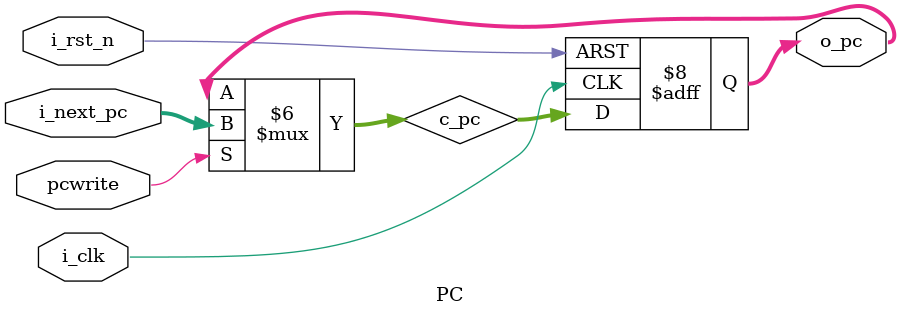
<source format=v>
module PC(i_clk,i_rst_n, i_next_pc,o_pc, pcwrite);
  input i_clk,i_rst_n;      //input 1bit clock, reset
  input [31:0] i_next_pc;   //input 32bit next_pc
  output [31:0] o_pc;       //output 32bit current_pc
  input pcwrite;
  
  reg [31:0] o_pc;
  
  reg [31:0] c_pc;
  
  //sequential logic 
  //if reset, o_pc =0
  //else, o_pc = next_pc;(pc+4 or jump)
  always@(pcwrite, i_next_pc, c_pc, o_pc)
	begin
		if(pcwrite == 1) c_pc = i_next_pc;
		else c_pc = o_pc;
	end
  
  always@ (posedge i_clk or negedge i_rst_n)begin
    if(i_rst_n==0)    o_pc = 31'd0;
    else    o_pc = c_pc;
end

endmodule
  

</source>
